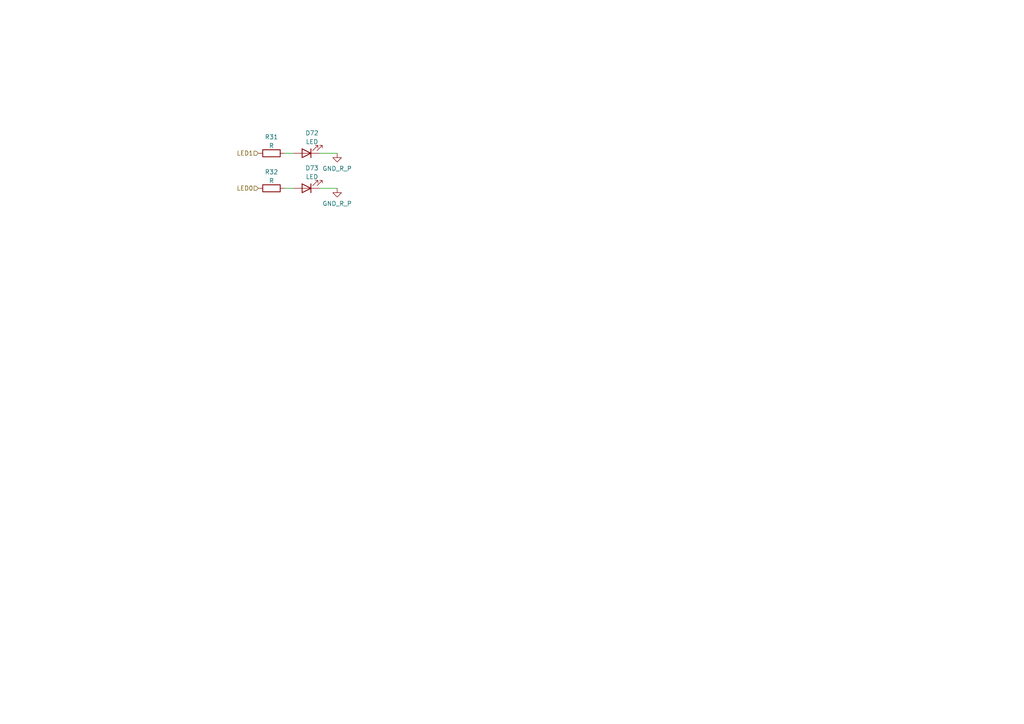
<source format=kicad_sch>
(kicad_sch (version 20211123) (generator eeschema)
  (paper "A4")
  (lib_symbols
    (symbol "Device:LED" (pin_numbers hide) (pin_names (offset 1.016) hide)
      (property "Reference" "D" (at 0 2.54 0))
      (property "Value" "LED" (at 0 -2.54 0))
      (symbol "LED_0_1"
        (polyline (pts (xy -1.27 -1.27) (xy -1.27 1.27)) (stroke (width 0.254)))
        (polyline (pts (xy -1.27 0) (xy 1.27 0)))
        (polyline (pts (xy 1.27 -1.27) (xy 1.27 1.27) (xy -1.27 0) (xy 1.27 -1.27)) (stroke (width 0.254)))
        (polyline (pts (xy -3.048 -0.762) (xy -4.572 -2.286) (xy -3.81 -2.286) (xy -4.572 -2.286) (xy -4.572 -1.524)))
        (polyline (pts (xy -1.778 -0.762) (xy -3.302 -2.286) (xy -2.54 -2.286) (xy -3.302 -2.286) (xy -3.302 -1.524)))
      )
      (symbol "LED_1_1"
        (pin passive line (at -3.81 0 0) (length 2.54) (name "K") (number "1"))
        (pin passive line (at 3.81 0 180) (length 2.54) (name "A") (number "2"))
      )
    )
    (symbol "Device:R" (pin_numbers hide) (pin_names (offset 0))
      (property "Reference" "R" (at 2.032 0 90))
      (property "Value" "R" (at 0 0 90))
      (symbol "R_0_1"
        (rectangle (start -1.016 -2.54) (end 1.016 2.54) (stroke (width 0.254)))
      )
      (symbol "R_1_1"
        (pin passive line (at 0 3.81 270) (length 1.27) (name "~") (number "1"))
        (pin passive line (at 0 -3.81 90) (length 1.27) (name "~") (number "2"))
      )
    )
    (symbol "arisu-split:GND_R_P" (power) (pin_names (offset 0))
      (property "Value" "GND_R_P" (at 0 -3.81 0))
      (symbol "GND_R_P_0_1"
        (polyline (pts (xy 0 0) (xy 0 -1.27) (xy 1.27 -1.27) (xy 0 -2.54) (xy -1.27 -1.27) (xy 0 -1.27)))
      )
      (symbol "GND_R_P_1_1"
        (pin power_in line (at 0 0 270) (length 0) hide (name "GND_R_P") (number "1"))
      )
    )
  )
  (wire (pts (xy 82.55 44.45) (xy 85.09 44.45)))
  (wire (pts (xy 92.71 44.45) (xy 97.79 44.45)))
  (wire (pts (xy 92.71 54.61) (xy 97.79 54.61)))
  (wire (pts (xy 82.55 54.61) (xy 85.09 54.61)))
  (hierarchical_label "LED1" (shape input) (at 74.93 44.45 180))
  (hierarchical_label "LED0" (shape input) (at 74.93 54.61 180))
  (symbol (lib_id "arisu-split:GND_R_P") (at 97.79 44.45 0) (unit 1)
    (property "Reference" "#PWR07" (effects hide))
    (property "Value" "GND_R_P" (at 97.79 48.8934 0))
  )
  (symbol (lib_id "Device:LED") (at 88.9 44.45 180) (unit 1)
    (property "Reference" "D72" (at 90.4875 38.5912 0))
    (property "Value" "LED" (at 90.4875 41.1281 0))
    (property "Footprint" "arisu-split:LED_0805_2012Metric" (effects hide))
  )
  (symbol (lib_id "Device:R") (at 78.74 54.61 90) (unit 1)
    (property "Reference" "R32" (at 78.74 49.8942 90))
    (property "Value" "R" (at 78.74 52.4311 90))
    (property "Footprint" "Resistor_SMD:R_0805_2012Metric" (effects hide))
  )
  (symbol (lib_id "Device:LED") (at 88.9 54.61 180) (unit 1)
    (property "Reference" "D73" (at 90.4875 48.7512 0))
    (property "Value" "LED" (at 90.4875 51.2881 0))
    (property "Footprint" "arisu-split:LED_0805_2012Metric" (effects hide))
  )
  (symbol (lib_id "arisu-split:GND_R_P") (at 97.79 54.61 0) (unit 1)
    (property "Reference" "#PWR012" (effects hide))
    (property "Value" "GND_R_P" (at 97.79 59.0534 0))
  )
  (symbol (lib_id "Device:R") (at 78.74 44.45 90) (unit 1)
    (property "Reference" "R31" (at 78.74 39.7342 90))
    (property "Value" "R" (at 78.74 42.2711 90))
    (property "Footprint" "Resistor_SMD:R_0805_2012Metric" (effects hide))
  )
)
</source>
